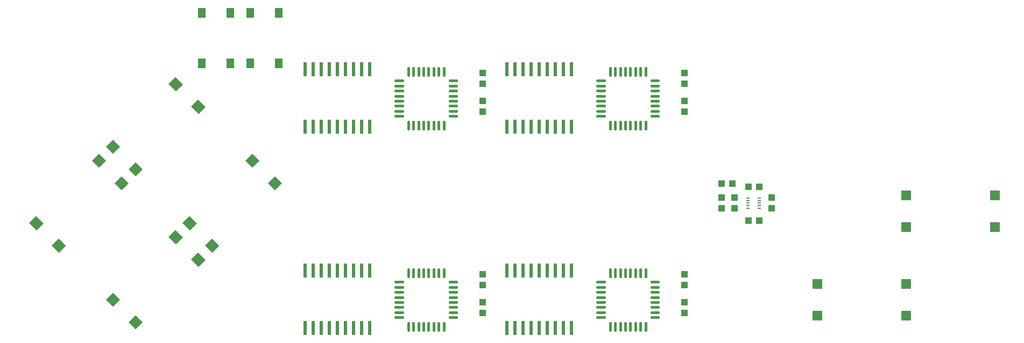
<source format=gtp>
G75*
%MOIN*%
%OFA0B0*%
%FSLAX24Y24*%
%IPPOS*%
%LPD*%
%AMOC8*
5,1,8,0,0,1.08239X$1,22.5*
%
%ADD10R,0.0610X0.0630*%
%ADD11R,0.0236X0.0089*%
%ADD12R,0.0394X0.0433*%
%ADD13R,0.0433X0.0394*%
%ADD14C,0.0160*%
%ADD15R,0.0236X0.0866*%
%ADD16R,0.0512X0.0610*%
D10*
G36*
X008051Y005285D02*
X007620Y004854D01*
X007175Y005299D01*
X007606Y005730D01*
X008051Y005285D01*
G37*
G36*
X006660Y006677D02*
X006229Y006246D01*
X005784Y006691D01*
X006215Y007122D01*
X006660Y006677D01*
G37*
G36*
X011935Y009169D02*
X011504Y008738D01*
X011059Y009183D01*
X011490Y009614D01*
X011935Y009169D01*
G37*
G36*
X012801Y010035D02*
X012370Y009604D01*
X011925Y010049D01*
X012356Y010480D01*
X012801Y010035D01*
G37*
G36*
X010543Y010561D02*
X010112Y010130D01*
X009667Y010575D01*
X010098Y011006D01*
X010543Y010561D01*
G37*
G36*
X011410Y011427D02*
X010979Y010996D01*
X010534Y011441D01*
X010965Y011872D01*
X011410Y011427D01*
G37*
G36*
X007185Y013919D02*
X006754Y013488D01*
X006309Y013933D01*
X006740Y014364D01*
X007185Y013919D01*
G37*
G36*
X008051Y014785D02*
X007620Y014354D01*
X007175Y014799D01*
X007606Y015230D01*
X008051Y014785D01*
G37*
G36*
X005793Y015311D02*
X005362Y014880D01*
X004917Y015325D01*
X005348Y015756D01*
X005793Y015311D01*
G37*
G36*
X006660Y016177D02*
X006229Y015746D01*
X005784Y016191D01*
X006215Y016622D01*
X006660Y016177D01*
G37*
G36*
X011935Y018669D02*
X011504Y018238D01*
X011059Y018683D01*
X011490Y019114D01*
X011935Y018669D01*
G37*
G36*
X010543Y020061D02*
X010112Y019630D01*
X009667Y020075D01*
X010098Y020506D01*
X010543Y020061D01*
G37*
G36*
X015293Y015311D02*
X014862Y014880D01*
X014417Y015325D01*
X014848Y015756D01*
X015293Y015311D01*
G37*
G36*
X016685Y013919D02*
X016254Y013488D01*
X015809Y013933D01*
X016240Y014364D01*
X016685Y013919D01*
G37*
G36*
X003301Y010035D02*
X002870Y009604D01*
X002425Y010049D01*
X002856Y010480D01*
X003301Y010035D01*
G37*
G36*
X001910Y011427D02*
X001479Y010996D01*
X001034Y011441D01*
X001465Y011872D01*
X001910Y011427D01*
G37*
X049863Y007664D03*
X049863Y005696D03*
X055355Y005696D03*
X055355Y007664D03*
X055363Y011196D03*
X055363Y013164D03*
X060855Y013164D03*
X060855Y011196D03*
D11*
X046264Y012365D03*
X046264Y012523D03*
X046264Y012680D03*
X046264Y012837D03*
X046264Y012995D03*
X045555Y012995D03*
X045555Y012837D03*
X045555Y012680D03*
X045555Y012523D03*
X045555Y012365D03*
D12*
X044709Y012345D03*
X043909Y012345D03*
X043909Y013015D03*
X044709Y013015D03*
X045575Y013680D03*
X046244Y013680D03*
X047009Y013015D03*
X047009Y012345D03*
X044594Y013880D03*
X043925Y013880D03*
X041609Y018345D03*
X041609Y019015D03*
X029109Y019015D03*
X029109Y018345D03*
X029109Y006515D03*
X029109Y005845D03*
X041609Y005845D03*
X041609Y006515D03*
D13*
X041609Y007595D03*
X041609Y008265D03*
X045575Y011580D03*
X046244Y011580D03*
X029109Y008265D03*
X029109Y007595D03*
X029109Y020095D03*
X029109Y020765D03*
X041609Y020765D03*
X041609Y020095D03*
D14*
X039998Y019967D02*
X039568Y019967D01*
X039568Y019652D02*
X039998Y019652D01*
X039998Y019337D02*
X039568Y019337D01*
X039568Y019023D02*
X039998Y019023D01*
X039998Y018708D02*
X039568Y018708D01*
X039568Y018393D02*
X039998Y018393D01*
X039998Y018078D02*
X039568Y018078D01*
X039212Y017722D02*
X039212Y017292D01*
X038897Y017292D02*
X038897Y017722D01*
X038582Y017722D02*
X038582Y017292D01*
X038267Y017292D02*
X038267Y017722D01*
X037952Y017722D02*
X037952Y017292D01*
X037637Y017292D02*
X037637Y017722D01*
X037322Y017722D02*
X037322Y017292D01*
X037007Y017292D02*
X037007Y017722D01*
X036651Y018078D02*
X036221Y018078D01*
X036221Y018393D02*
X036651Y018393D01*
X036651Y018708D02*
X036221Y018708D01*
X036221Y019023D02*
X036651Y019023D01*
X036651Y019337D02*
X036221Y019337D01*
X036221Y019652D02*
X036651Y019652D01*
X036651Y019967D02*
X036221Y019967D01*
X036221Y020282D02*
X036651Y020282D01*
X037007Y020638D02*
X037007Y021068D01*
X037322Y021068D02*
X037322Y020638D01*
X037637Y020638D02*
X037637Y021068D01*
X037952Y021068D02*
X037952Y020638D01*
X038267Y020638D02*
X038267Y021068D01*
X038582Y021068D02*
X038582Y020638D01*
X038897Y020638D02*
X038897Y021068D01*
X039212Y021068D02*
X039212Y020638D01*
X039568Y020282D02*
X039998Y020282D01*
X027498Y020282D02*
X027068Y020282D01*
X027068Y019967D02*
X027498Y019967D01*
X027498Y019652D02*
X027068Y019652D01*
X027068Y019337D02*
X027498Y019337D01*
X027498Y019023D02*
X027068Y019023D01*
X027068Y018708D02*
X027498Y018708D01*
X027498Y018393D02*
X027068Y018393D01*
X027068Y018078D02*
X027498Y018078D01*
X026712Y017722D02*
X026712Y017292D01*
X026397Y017292D02*
X026397Y017722D01*
X026082Y017722D02*
X026082Y017292D01*
X025767Y017292D02*
X025767Y017722D01*
X025452Y017722D02*
X025452Y017292D01*
X025137Y017292D02*
X025137Y017722D01*
X024822Y017722D02*
X024822Y017292D01*
X024507Y017292D02*
X024507Y017722D01*
X024151Y018078D02*
X023721Y018078D01*
X023721Y018393D02*
X024151Y018393D01*
X024151Y018708D02*
X023721Y018708D01*
X023721Y019023D02*
X024151Y019023D01*
X024151Y019337D02*
X023721Y019337D01*
X023721Y019652D02*
X024151Y019652D01*
X024151Y019967D02*
X023721Y019967D01*
X023721Y020282D02*
X024151Y020282D01*
X024507Y020638D02*
X024507Y021068D01*
X024822Y021068D02*
X024822Y020638D01*
X025137Y020638D02*
X025137Y021068D01*
X025452Y021068D02*
X025452Y020638D01*
X025767Y020638D02*
X025767Y021068D01*
X026082Y021068D02*
X026082Y020638D01*
X026397Y020638D02*
X026397Y021068D01*
X026712Y021068D02*
X026712Y020638D01*
X026712Y008568D02*
X026712Y008138D01*
X026397Y008138D02*
X026397Y008568D01*
X026082Y008568D02*
X026082Y008138D01*
X025767Y008138D02*
X025767Y008568D01*
X025452Y008568D02*
X025452Y008138D01*
X025137Y008138D02*
X025137Y008568D01*
X024822Y008568D02*
X024822Y008138D01*
X024507Y008138D02*
X024507Y008568D01*
X024151Y007782D02*
X023721Y007782D01*
X023721Y007467D02*
X024151Y007467D01*
X024151Y007152D02*
X023721Y007152D01*
X023721Y006837D02*
X024151Y006837D01*
X024151Y006523D02*
X023721Y006523D01*
X023721Y006208D02*
X024151Y006208D01*
X024151Y005893D02*
X023721Y005893D01*
X023721Y005578D02*
X024151Y005578D01*
X024507Y005222D02*
X024507Y004792D01*
X024822Y004792D02*
X024822Y005222D01*
X025137Y005222D02*
X025137Y004792D01*
X025452Y004792D02*
X025452Y005222D01*
X025767Y005222D02*
X025767Y004792D01*
X026082Y004792D02*
X026082Y005222D01*
X026397Y005222D02*
X026397Y004792D01*
X026712Y004792D02*
X026712Y005222D01*
X027068Y005578D02*
X027498Y005578D01*
X027498Y005893D02*
X027068Y005893D01*
X027068Y006208D02*
X027498Y006208D01*
X027498Y006523D02*
X027068Y006523D01*
X027068Y006837D02*
X027498Y006837D01*
X027498Y007152D02*
X027068Y007152D01*
X027068Y007467D02*
X027498Y007467D01*
X027498Y007782D02*
X027068Y007782D01*
X036221Y007782D02*
X036651Y007782D01*
X036651Y007467D02*
X036221Y007467D01*
X036221Y007152D02*
X036651Y007152D01*
X036651Y006837D02*
X036221Y006837D01*
X036221Y006523D02*
X036651Y006523D01*
X036651Y006208D02*
X036221Y006208D01*
X036221Y005893D02*
X036651Y005893D01*
X036651Y005578D02*
X036221Y005578D01*
X037007Y005222D02*
X037007Y004792D01*
X037322Y004792D02*
X037322Y005222D01*
X037637Y005222D02*
X037637Y004792D01*
X037952Y004792D02*
X037952Y005222D01*
X038267Y005222D02*
X038267Y004792D01*
X038582Y004792D02*
X038582Y005222D01*
X038897Y005222D02*
X038897Y004792D01*
X039212Y004792D02*
X039212Y005222D01*
X039568Y005578D02*
X039998Y005578D01*
X039998Y005893D02*
X039568Y005893D01*
X039568Y006208D02*
X039998Y006208D01*
X039998Y006523D02*
X039568Y006523D01*
X039568Y006837D02*
X039998Y006837D01*
X039998Y007152D02*
X039568Y007152D01*
X039568Y007467D02*
X039998Y007467D01*
X039998Y007782D02*
X039568Y007782D01*
X039212Y008138D02*
X039212Y008568D01*
X038897Y008568D02*
X038897Y008138D01*
X038582Y008138D02*
X038582Y008568D01*
X038267Y008568D02*
X038267Y008138D01*
X037952Y008138D02*
X037952Y008568D01*
X037637Y008568D02*
X037637Y008138D01*
X037322Y008138D02*
X037322Y008568D01*
X037007Y008568D02*
X037007Y008138D01*
D15*
X034609Y008477D03*
X034109Y008477D03*
X033609Y008477D03*
X033109Y008477D03*
X032609Y008477D03*
X032109Y008477D03*
X031609Y008477D03*
X031109Y008477D03*
X030609Y008477D03*
X022109Y008477D03*
X021609Y008477D03*
X021109Y008477D03*
X020609Y008477D03*
X020109Y008477D03*
X019609Y008477D03*
X019109Y008477D03*
X018609Y008477D03*
X018109Y008477D03*
X018109Y004930D03*
X018609Y004930D03*
X019109Y004930D03*
X019609Y004930D03*
X020109Y004930D03*
X020609Y004930D03*
X021109Y004930D03*
X021609Y004930D03*
X022109Y004930D03*
X030609Y004930D03*
X031109Y004930D03*
X031609Y004930D03*
X032109Y004930D03*
X032609Y004930D03*
X033109Y004930D03*
X033609Y004930D03*
X034109Y004930D03*
X034609Y004930D03*
X034609Y017430D03*
X034109Y017430D03*
X033609Y017430D03*
X033109Y017430D03*
X032609Y017430D03*
X032109Y017430D03*
X031609Y017430D03*
X031109Y017430D03*
X030609Y017430D03*
X022109Y017430D03*
X021609Y017430D03*
X021109Y017430D03*
X020609Y017430D03*
X020109Y017430D03*
X019609Y017430D03*
X019109Y017430D03*
X018609Y017430D03*
X018109Y017430D03*
X018109Y020977D03*
X018609Y020977D03*
X019109Y020977D03*
X019609Y020977D03*
X020109Y020977D03*
X020609Y020977D03*
X021109Y020977D03*
X021609Y020977D03*
X022109Y020977D03*
X030609Y020977D03*
X031109Y020977D03*
X031609Y020977D03*
X032109Y020977D03*
X032609Y020977D03*
X033109Y020977D03*
X033609Y020977D03*
X034109Y020977D03*
X034609Y020977D03*
D16*
X016495Y021365D03*
X014723Y021365D03*
X013495Y021365D03*
X011723Y021365D03*
X011723Y024495D03*
X013495Y024495D03*
X014723Y024495D03*
X016495Y024495D03*
M02*

</source>
